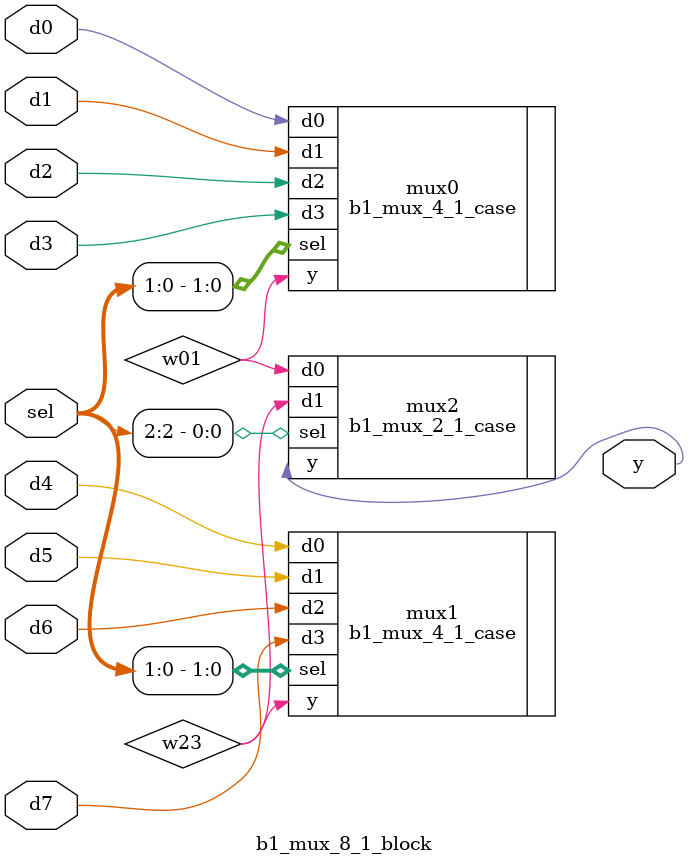
<source format=v>
module b1_mux_8_1_block
(
    input  d0, d1, d2, d3, d4, d5, d6, d7,
    input  [2:0] sel,
    output y
);
    wire w01, w23;
	 b1_mux_4_1_case mux0(.d0(d0), .d1(d1),.d2(d2),.d3(d3),.sel(sel[1:0]),.y(w01));
	 b1_mux_4_1_case mux1(.d0(d4), .d1(d5),.d2(d6),.d3(d7),.sel(sel[1:0]),.y(w23));
	 b1_mux_2_1_case mux2(.d0(w01), .d1(w23),.sel(sel[2]), .y(y));
endmodule
</source>
